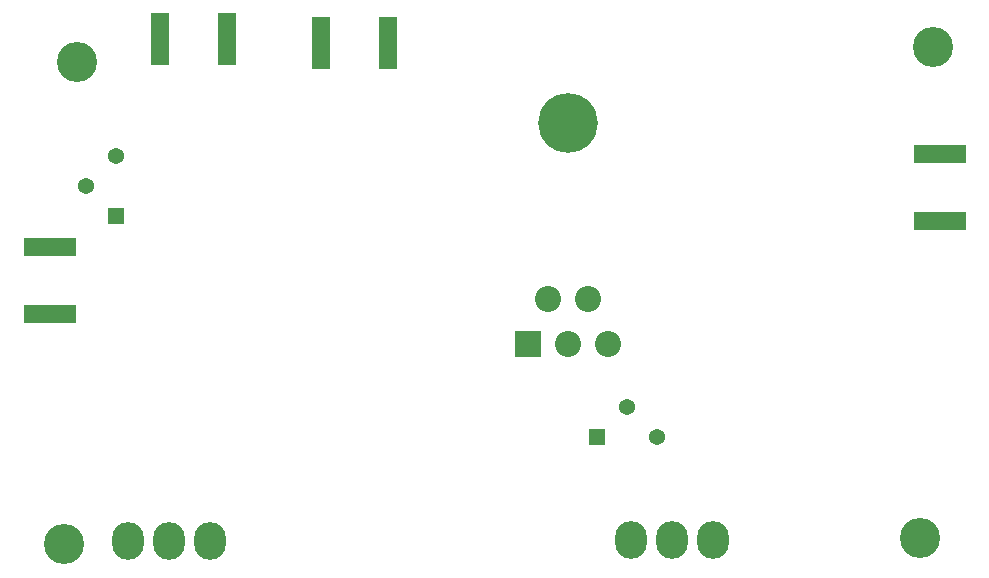
<source format=gbs>
G04*
G04 #@! TF.GenerationSoftware,Altium Limited,Altium Designer,21.6.1 (37)*
G04*
G04 Layer_Color=16711935*
%FSLAX44Y44*%
%MOMM*%
G71*
G04*
G04 #@! TF.SameCoordinates,4932F9C6-11AC-4B27-AC6D-AAE507F42B56*
G04*
G04*
G04 #@! TF.FilePolarity,Negative*
G04*
G01*
G75*
%ADD45R,4.4000X1.5500*%
%ADD58R,1.5500X4.4000*%
%ADD62C,3.4000*%
%ADD63O,2.7000X3.2000*%
%ADD64R,2.2100X2.2100*%
%ADD65C,2.2100*%
%ADD66C,5.0660*%
%ADD67R,1.3680X1.3680*%
%ADD68C,1.3680*%
%ADD69R,1.3680X1.3680*%
D45*
X879000Y256500D02*
D03*
Y200000D02*
D03*
X125000Y178250D02*
D03*
Y121750D02*
D03*
D58*
X411250Y351000D02*
D03*
X354750D02*
D03*
X275250Y354000D02*
D03*
X218750D02*
D03*
D62*
X873000Y347500D02*
D03*
X862000Y-68500D02*
D03*
X137000Y-73500D02*
D03*
X148000Y335000D02*
D03*
D63*
X261000Y-71000D02*
D03*
X226000D02*
D03*
X191000D02*
D03*
X617000Y-70000D02*
D03*
X652000D02*
D03*
X687000D02*
D03*
D64*
X530000Y96070D02*
D03*
D65*
X547000Y134070D02*
D03*
X564000Y96070D02*
D03*
X581000Y134070D02*
D03*
X598000Y96070D02*
D03*
D66*
X564000Y283070D02*
D03*
D67*
X588600Y17000D02*
D03*
D68*
X639400D02*
D03*
X614000Y42400D02*
D03*
X181400Y255400D02*
D03*
X156000Y230000D02*
D03*
D69*
X181400Y204600D02*
D03*
M02*

</source>
